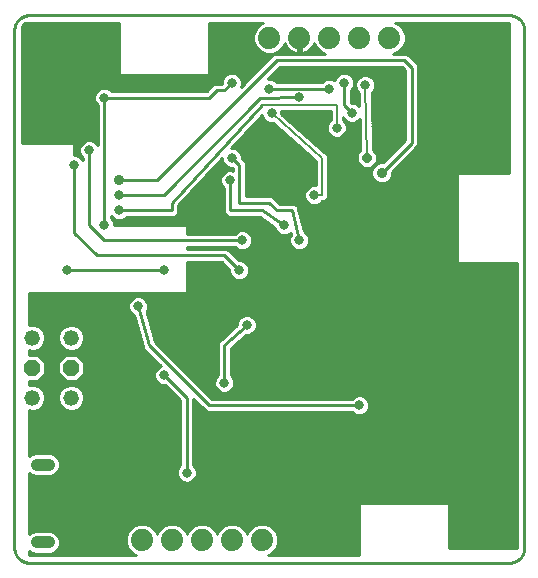
<source format=gbl>
G75*
%MOIN*%
%OFA0B0*%
%FSLAX25Y25*%
%IPPOS*%
%LPD*%
%AMOC8*
5,1,8,0,0,1.08239X$1,22.5*
%
%ADD10C,0.01000*%
%ADD11C,0.07400*%
%ADD12C,0.04000*%
%ADD13OC8,0.05200*%
%ADD14C,0.05200*%
%ADD15C,0.03169*%
%ADD16C,0.00700*%
%ADD17C,0.00800*%
%ADD18OC8,0.03169*%
%ADD19C,0.03562*%
D10*
X0008238Y0006500D02*
X0008238Y0179000D01*
X0010738Y0179027D02*
X0043238Y0179027D01*
X0043238Y0180025D02*
X0010738Y0180025D01*
X0010738Y0180141D02*
X0010910Y0180556D01*
X0011683Y0181328D01*
X0012098Y0181500D01*
X0043238Y0181500D01*
X0043238Y0164000D01*
X0073238Y0164000D01*
X0073238Y0181500D01*
X0091198Y0181500D01*
X0090179Y0181078D01*
X0088660Y0179559D01*
X0087838Y0177574D01*
X0087838Y0175426D01*
X0088660Y0173441D01*
X0090179Y0171922D01*
X0092164Y0171100D01*
X0094312Y0171100D01*
X0096297Y0171922D01*
X0097816Y0173441D01*
X0098348Y0174724D01*
X0098419Y0174504D01*
X0098791Y0173775D01*
X0099272Y0173112D01*
X0099851Y0172534D01*
X0100513Y0172053D01*
X0101242Y0171681D01*
X0102021Y0171428D01*
X0102738Y0171314D01*
X0102738Y0176000D01*
X0103738Y0176000D01*
X0103738Y0171314D01*
X0104456Y0171428D01*
X0105234Y0171681D01*
X0105964Y0172053D01*
X0106626Y0172534D01*
X0107205Y0173112D01*
X0107686Y0173775D01*
X0108057Y0174504D01*
X0108129Y0174724D01*
X0108660Y0173441D01*
X0110179Y0171922D01*
X0111923Y0171200D01*
X0094827Y0171200D01*
X0093538Y0169911D01*
X0083703Y0160076D01*
X0084022Y0160847D01*
X0084022Y0162153D01*
X0083522Y0163360D01*
X0082599Y0164284D01*
X0081391Y0164784D01*
X0080085Y0164784D01*
X0078878Y0164284D01*
X0077954Y0163360D01*
X0077454Y0162153D01*
X0077454Y0161327D01*
X0077327Y0161200D01*
X0074827Y0161200D01*
X0073538Y0159911D01*
X0072327Y0158700D01*
X0040683Y0158700D01*
X0040099Y0159284D01*
X0038891Y0159784D01*
X0037585Y0159784D01*
X0036378Y0159284D01*
X0035454Y0158360D01*
X0034954Y0157153D01*
X0034954Y0155847D01*
X0035454Y0154640D01*
X0036038Y0154055D01*
X0036038Y0140822D01*
X0036022Y0140860D01*
X0035099Y0141784D01*
X0033891Y0142284D01*
X0032585Y0142284D01*
X0031378Y0141784D01*
X0030454Y0140860D01*
X0029954Y0139653D01*
X0029954Y0138347D01*
X0030454Y0137140D01*
X0031038Y0136555D01*
X0031038Y0135822D01*
X0031022Y0135860D01*
X0030099Y0136784D01*
X0028891Y0137284D01*
X0028238Y0137284D01*
X0028238Y0141500D01*
X0010738Y0141500D01*
X0010738Y0180141D01*
X0011378Y0181024D02*
X0043238Y0181024D01*
X0043238Y0178028D02*
X0010738Y0178028D01*
X0010738Y0177030D02*
X0043238Y0177030D01*
X0043238Y0176031D02*
X0010738Y0176031D01*
X0010738Y0175033D02*
X0043238Y0175033D01*
X0043238Y0174034D02*
X0010738Y0174034D01*
X0010738Y0173036D02*
X0043238Y0173036D01*
X0043238Y0172037D02*
X0010738Y0172037D01*
X0010738Y0171039D02*
X0043238Y0171039D01*
X0043238Y0170040D02*
X0010738Y0170040D01*
X0010738Y0169041D02*
X0043238Y0169041D01*
X0043238Y0168043D02*
X0010738Y0168043D01*
X0010738Y0167044D02*
X0043238Y0167044D01*
X0043238Y0166046D02*
X0010738Y0166046D01*
X0010738Y0165047D02*
X0043238Y0165047D01*
X0043238Y0164049D02*
X0010738Y0164049D01*
X0010738Y0163050D02*
X0077826Y0163050D01*
X0077454Y0162052D02*
X0010738Y0162052D01*
X0010738Y0161053D02*
X0074680Y0161053D01*
X0073682Y0160055D02*
X0010738Y0160055D01*
X0010738Y0159056D02*
X0036150Y0159056D01*
X0035329Y0158058D02*
X0010738Y0158058D01*
X0010738Y0157059D02*
X0034954Y0157059D01*
X0034954Y0156061D02*
X0010738Y0156061D01*
X0010738Y0155062D02*
X0035279Y0155062D01*
X0036030Y0154064D02*
X0010738Y0154064D01*
X0010738Y0153065D02*
X0036038Y0153065D01*
X0036038Y0152067D02*
X0010738Y0152067D01*
X0010738Y0151068D02*
X0036038Y0151068D01*
X0036038Y0150070D02*
X0010738Y0150070D01*
X0010738Y0149071D02*
X0036038Y0149071D01*
X0036038Y0148073D02*
X0010738Y0148073D01*
X0010738Y0147074D02*
X0036038Y0147074D01*
X0036038Y0146076D02*
X0010738Y0146076D01*
X0010738Y0145077D02*
X0036038Y0145077D01*
X0036038Y0144079D02*
X0010738Y0144079D01*
X0010738Y0143080D02*
X0036038Y0143080D01*
X0036038Y0142082D02*
X0034380Y0142082D01*
X0035800Y0141083D02*
X0036038Y0141083D01*
X0033238Y0139000D02*
X0033238Y0114000D01*
X0038238Y0109000D01*
X0084238Y0109000D01*
X0087522Y0109131D02*
X0099954Y0109131D01*
X0099954Y0109653D02*
X0099954Y0108347D01*
X0100454Y0107140D01*
X0101378Y0106216D01*
X0102585Y0105716D01*
X0103891Y0105716D01*
X0105099Y0106216D01*
X0106022Y0107140D01*
X0106522Y0108347D01*
X0106522Y0109653D01*
X0106022Y0110860D01*
X0105099Y0111784D01*
X0104776Y0111918D01*
X0102938Y0119271D01*
X0102938Y0119911D01*
X0102725Y0120125D01*
X0102651Y0120418D01*
X0102102Y0120747D01*
X0101649Y0121200D01*
X0101348Y0121200D01*
X0101089Y0121355D01*
X0100467Y0121200D01*
X0096649Y0121200D01*
X0094149Y0123700D01*
X0085438Y0123700D01*
X0085438Y0134911D01*
X0084149Y0136200D01*
X0084022Y0136327D01*
X0084022Y0137153D01*
X0083522Y0138360D01*
X0082599Y0139284D01*
X0081391Y0139784D01*
X0080610Y0139784D01*
X0090704Y0150719D01*
X0090704Y0150597D01*
X0091204Y0149390D01*
X0092128Y0148466D01*
X0093335Y0147966D01*
X0094616Y0147966D01*
X0108688Y0135574D01*
X0108688Y0127284D01*
X0107585Y0127284D01*
X0106378Y0126784D01*
X0105454Y0125860D01*
X0104954Y0124653D01*
X0104954Y0123347D01*
X0105454Y0122140D01*
X0106378Y0121216D01*
X0107585Y0120716D01*
X0108891Y0120716D01*
X0110099Y0121216D01*
X0110833Y0121950D01*
X0111587Y0121950D01*
X0112788Y0123151D01*
X0112788Y0135726D01*
X0112838Y0135782D01*
X0112788Y0136565D01*
X0112788Y0137349D01*
X0112735Y0137402D01*
X0112730Y0137477D01*
X0112142Y0137996D01*
X0111587Y0138550D01*
X0111512Y0138550D01*
X0097272Y0151089D01*
X0097272Y0151903D01*
X0097253Y0151950D01*
X0113688Y0151950D01*
X0113688Y0149095D01*
X0112954Y0148360D01*
X0112454Y0147153D01*
X0112454Y0145847D01*
X0112954Y0144640D01*
X0113878Y0143716D01*
X0115085Y0143216D01*
X0116391Y0143216D01*
X0117599Y0143716D01*
X0118522Y0144640D01*
X0119022Y0145847D01*
X0119022Y0147153D01*
X0118522Y0148360D01*
X0117788Y0149095D01*
X0117788Y0150040D01*
X0117954Y0149640D01*
X0118878Y0148716D01*
X0120085Y0148216D01*
X0121391Y0148216D01*
X0122599Y0148716D01*
X0123370Y0149487D01*
X0123586Y0138993D01*
X0122454Y0137860D01*
X0122454Y0135140D01*
X0124378Y0133216D01*
X0127099Y0133216D01*
X0129022Y0135140D01*
X0129022Y0137860D01*
X0127785Y0139098D01*
X0127390Y0158257D01*
X0128022Y0158890D01*
X0128522Y0160097D01*
X0128522Y0161403D01*
X0128022Y0162610D01*
X0127099Y0163534D01*
X0125891Y0164034D01*
X0124585Y0164034D01*
X0123378Y0163534D01*
X0122454Y0162610D01*
X0121954Y0161403D01*
X0121954Y0160097D01*
X0122454Y0158890D01*
X0123191Y0158152D01*
X0123285Y0153598D01*
X0122599Y0154284D01*
X0121391Y0154784D01*
X0120565Y0154784D01*
X0120438Y0154911D01*
X0120438Y0159055D01*
X0121022Y0159640D01*
X0121522Y0160847D01*
X0121522Y0162153D01*
X0121022Y0163360D01*
X0120099Y0164284D01*
X0118891Y0164784D01*
X0117585Y0164784D01*
X0116378Y0164284D01*
X0115454Y0163360D01*
X0115021Y0162316D01*
X0113891Y0162784D01*
X0112585Y0162784D01*
X0111378Y0162284D01*
X0110794Y0161700D01*
X0095683Y0161700D01*
X0095099Y0162284D01*
X0093891Y0162784D01*
X0092634Y0162784D01*
X0096649Y0166800D01*
X0137327Y0166800D01*
X0138538Y0165589D01*
X0138538Y0142411D01*
X0131108Y0134981D01*
X0130046Y0134981D01*
X0128766Y0134451D01*
X0127787Y0133472D01*
X0127257Y0132192D01*
X0127257Y0130808D01*
X0127787Y0129528D01*
X0128766Y0128549D01*
X0130046Y0128019D01*
X0131431Y0128019D01*
X0132710Y0128549D01*
X0133689Y0129528D01*
X0134219Y0130808D01*
X0134219Y0131870D01*
X0142938Y0140589D01*
X0142938Y0167411D01*
X0141649Y0168700D01*
X0139149Y0171200D01*
X0134554Y0171200D01*
X0136297Y0171922D01*
X0137816Y0173441D01*
X0138638Y0175426D01*
X0138638Y0177574D01*
X0137816Y0179559D01*
X0136297Y0181078D01*
X0135278Y0181500D01*
X0173238Y0181500D01*
X0173238Y0131500D01*
X0155738Y0131500D01*
X0155738Y0101500D01*
X0175738Y0101500D01*
X0175738Y0006500D01*
X0153238Y0006500D01*
X0153238Y0021500D01*
X0123238Y0021500D01*
X0123238Y0004000D01*
X0092778Y0004000D01*
X0093797Y0004422D01*
X0095316Y0005941D01*
X0096138Y0007926D01*
X0096138Y0010074D01*
X0095316Y0012059D01*
X0093797Y0013578D01*
X0091812Y0014400D01*
X0089664Y0014400D01*
X0087679Y0013578D01*
X0086160Y0012059D01*
X0085738Y0011040D01*
X0085316Y0012059D01*
X0083797Y0013578D01*
X0081812Y0014400D01*
X0079664Y0014400D01*
X0077679Y0013578D01*
X0076160Y0012059D01*
X0075738Y0011040D01*
X0075316Y0012059D01*
X0073797Y0013578D01*
X0071812Y0014400D01*
X0069664Y0014400D01*
X0067679Y0013578D01*
X0066160Y0012059D01*
X0065738Y0011040D01*
X0065316Y0012059D01*
X0063797Y0013578D01*
X0061812Y0014400D01*
X0059664Y0014400D01*
X0057679Y0013578D01*
X0056160Y0012059D01*
X0055738Y0011040D01*
X0055316Y0012059D01*
X0053797Y0013578D01*
X0051812Y0014400D01*
X0049664Y0014400D01*
X0047679Y0013578D01*
X0046160Y0012059D01*
X0045338Y0010074D01*
X0045338Y0007926D01*
X0046160Y0005941D01*
X0047679Y0004422D01*
X0048698Y0004000D01*
X0013238Y0004000D01*
X0013238Y0005494D01*
X0013611Y0005121D01*
X0014971Y0004558D01*
X0020443Y0004558D01*
X0021803Y0005121D01*
X0022843Y0006162D01*
X0023407Y0007522D01*
X0023407Y0008994D01*
X0022843Y0010354D01*
X0021803Y0011395D01*
X0020443Y0011958D01*
X0014971Y0011958D01*
X0013611Y0011395D01*
X0013238Y0011022D01*
X0013238Y0031478D01*
X0013611Y0031105D01*
X0014971Y0030542D01*
X0020443Y0030542D01*
X0021803Y0031105D01*
X0022843Y0032146D01*
X0023407Y0033506D01*
X0023407Y0034978D01*
X0022843Y0036338D01*
X0021803Y0037379D01*
X0020443Y0037942D01*
X0014971Y0037942D01*
X0013611Y0037379D01*
X0013238Y0037006D01*
X0013238Y0052262D01*
X0013387Y0052200D01*
X0015097Y0052200D01*
X0016678Y0052855D01*
X0017887Y0054064D01*
X0018542Y0055645D01*
X0018542Y0057355D01*
X0017887Y0058936D01*
X0016678Y0060145D01*
X0015097Y0060800D01*
X0013387Y0060800D01*
X0013238Y0060738D01*
X0013238Y0062200D01*
X0016023Y0062200D01*
X0018542Y0064719D01*
X0018542Y0068281D01*
X0016023Y0070800D01*
X0013238Y0070800D01*
X0013238Y0072262D01*
X0013387Y0072200D01*
X0015097Y0072200D01*
X0016678Y0072855D01*
X0017887Y0074064D01*
X0018542Y0075645D01*
X0018542Y0077355D01*
X0017887Y0078936D01*
X0016678Y0080145D01*
X0015097Y0080800D01*
X0013387Y0080800D01*
X0013238Y0080738D01*
X0013238Y0091500D01*
X0065738Y0091500D01*
X0065738Y0101800D01*
X0077327Y0101800D01*
X0079954Y0099173D01*
X0079954Y0098347D01*
X0080454Y0097140D01*
X0081378Y0096216D01*
X0082585Y0095716D01*
X0083891Y0095716D01*
X0085099Y0096216D01*
X0086022Y0097140D01*
X0086522Y0098347D01*
X0086522Y0099653D01*
X0086022Y0100860D01*
X0085099Y0101784D01*
X0083891Y0102284D01*
X0083065Y0102284D01*
X0079149Y0106200D01*
X0065738Y0106200D01*
X0065738Y0106800D01*
X0081794Y0106800D01*
X0082378Y0106216D01*
X0083585Y0105716D01*
X0084891Y0105716D01*
X0086099Y0106216D01*
X0087022Y0107140D01*
X0087522Y0108347D01*
X0087522Y0109653D01*
X0087022Y0110860D01*
X0086099Y0111784D01*
X0084891Y0112284D01*
X0083585Y0112284D01*
X0082378Y0111784D01*
X0081794Y0111200D01*
X0065738Y0111200D01*
X0065738Y0114000D01*
X0041522Y0114000D01*
X0041522Y0114653D01*
X0041022Y0115860D01*
X0040438Y0116445D01*
X0040438Y0117178D01*
X0040454Y0117140D01*
X0041378Y0116216D01*
X0042585Y0115716D01*
X0043891Y0115716D01*
X0045099Y0116216D01*
X0045683Y0116800D01*
X0061649Y0116800D01*
X0062938Y0118089D01*
X0062938Y0120640D01*
X0077454Y0136365D01*
X0077454Y0135847D01*
X0077954Y0134640D01*
X0078878Y0133716D01*
X0080085Y0133216D01*
X0080911Y0133216D01*
X0081038Y0133089D01*
X0081038Y0132223D01*
X0080891Y0132284D01*
X0079585Y0132284D01*
X0078378Y0131784D01*
X0077454Y0130860D01*
X0076954Y0129653D01*
X0076954Y0128347D01*
X0077454Y0127140D01*
X0078038Y0126555D01*
X0078038Y0118089D01*
X0079327Y0116800D01*
X0090072Y0116800D01*
X0094954Y0113545D01*
X0094954Y0113347D01*
X0095454Y0112140D01*
X0096378Y0111216D01*
X0097585Y0110716D01*
X0098891Y0110716D01*
X0100099Y0111216D01*
X0100353Y0111470D01*
X0100495Y0110902D01*
X0100454Y0110860D01*
X0099954Y0109653D01*
X0100151Y0110129D02*
X0087325Y0110129D01*
X0086755Y0111128D02*
X0096590Y0111128D01*
X0095467Y0112126D02*
X0085273Y0112126D01*
X0083204Y0112126D02*
X0065738Y0112126D01*
X0065738Y0113125D02*
X0095046Y0113125D01*
X0094087Y0114123D02*
X0041522Y0114123D01*
X0041328Y0115122D02*
X0092589Y0115122D01*
X0091091Y0116120D02*
X0044868Y0116120D01*
X0043238Y0119000D02*
X0060738Y0119000D01*
X0060738Y0121500D01*
X0090738Y0154000D01*
X0090238Y0156500D02*
X0103238Y0156750D01*
X0097296Y0151068D02*
X0113688Y0151068D01*
X0113688Y0150070D02*
X0098430Y0150070D01*
X0099564Y0149071D02*
X0113665Y0149071D01*
X0112835Y0148073D02*
X0100698Y0148073D01*
X0101832Y0147074D02*
X0112454Y0147074D01*
X0112454Y0146076D02*
X0102966Y0146076D01*
X0104100Y0145077D02*
X0112773Y0145077D01*
X0113515Y0144079D02*
X0105234Y0144079D01*
X0106368Y0143080D02*
X0123502Y0143080D01*
X0123523Y0142082D02*
X0107502Y0142082D01*
X0108635Y0141083D02*
X0123543Y0141083D01*
X0123564Y0140085D02*
X0109769Y0140085D01*
X0110903Y0139086D02*
X0123584Y0139086D01*
X0122681Y0138088D02*
X0112050Y0138088D01*
X0112788Y0137089D02*
X0122454Y0137089D01*
X0122454Y0136091D02*
X0112818Y0136091D01*
X0112788Y0135092D02*
X0122501Y0135092D01*
X0123500Y0134094D02*
X0112788Y0134094D01*
X0112788Y0133095D02*
X0127631Y0133095D01*
X0127976Y0134094D02*
X0128409Y0134094D01*
X0128975Y0135092D02*
X0131219Y0135092D01*
X0132218Y0136091D02*
X0129022Y0136091D01*
X0129022Y0137089D02*
X0133216Y0137089D01*
X0134215Y0138088D02*
X0128795Y0138088D01*
X0127797Y0139086D02*
X0135213Y0139086D01*
X0136212Y0140085D02*
X0127765Y0140085D01*
X0127744Y0141083D02*
X0137210Y0141083D01*
X0138209Y0142082D02*
X0127724Y0142082D01*
X0127703Y0143080D02*
X0138538Y0143080D01*
X0138538Y0144079D02*
X0127682Y0144079D01*
X0127662Y0145077D02*
X0138538Y0145077D01*
X0138538Y0146076D02*
X0127641Y0146076D01*
X0127621Y0147074D02*
X0138538Y0147074D01*
X0138538Y0148073D02*
X0127600Y0148073D01*
X0127579Y0149071D02*
X0138538Y0149071D01*
X0138538Y0150070D02*
X0127559Y0150070D01*
X0127538Y0151068D02*
X0138538Y0151068D01*
X0138538Y0152067D02*
X0127518Y0152067D01*
X0127497Y0153065D02*
X0138538Y0153065D01*
X0138538Y0154064D02*
X0127476Y0154064D01*
X0127456Y0155062D02*
X0138538Y0155062D01*
X0138538Y0156061D02*
X0127435Y0156061D01*
X0127415Y0157059D02*
X0138538Y0157059D01*
X0138538Y0158058D02*
X0127394Y0158058D01*
X0128091Y0159056D02*
X0138538Y0159056D01*
X0138538Y0160055D02*
X0128505Y0160055D01*
X0128522Y0161053D02*
X0138538Y0161053D01*
X0138538Y0162052D02*
X0128254Y0162052D01*
X0127582Y0163050D02*
X0138538Y0163050D01*
X0138538Y0164049D02*
X0120334Y0164049D01*
X0121151Y0163050D02*
X0122894Y0163050D01*
X0122223Y0162052D02*
X0121522Y0162052D01*
X0121522Y0161053D02*
X0121954Y0161053D01*
X0121971Y0160055D02*
X0121194Y0160055D01*
X0120439Y0159056D02*
X0122385Y0159056D01*
X0123193Y0158058D02*
X0120438Y0158058D01*
X0120438Y0157059D02*
X0123214Y0157059D01*
X0123234Y0156061D02*
X0120438Y0156061D01*
X0120438Y0155062D02*
X0123255Y0155062D01*
X0123276Y0154064D02*
X0122819Y0154064D01*
X0120738Y0151500D02*
X0118238Y0154000D01*
X0118238Y0161500D01*
X0116142Y0164049D02*
X0093898Y0164049D01*
X0092900Y0163050D02*
X0115326Y0163050D01*
X0113238Y0159500D02*
X0093238Y0159500D01*
X0095331Y0162052D02*
X0111145Y0162052D01*
X0110064Y0172037D02*
X0105933Y0172037D01*
X0107128Y0173036D02*
X0109066Y0173036D01*
X0108415Y0174034D02*
X0107818Y0174034D01*
X0103738Y0174034D02*
X0102738Y0174034D01*
X0102738Y0173036D02*
X0103738Y0173036D01*
X0103738Y0172037D02*
X0102738Y0172037D01*
X0100543Y0172037D02*
X0096412Y0172037D01*
X0097410Y0173036D02*
X0099349Y0173036D01*
X0098659Y0174034D02*
X0098062Y0174034D01*
X0094665Y0171039D02*
X0073238Y0171039D01*
X0073238Y0172037D02*
X0090064Y0172037D01*
X0089066Y0173036D02*
X0073238Y0173036D01*
X0073238Y0174034D02*
X0088415Y0174034D01*
X0088001Y0175033D02*
X0073238Y0175033D01*
X0073238Y0176031D02*
X0087838Y0176031D01*
X0087838Y0177030D02*
X0073238Y0177030D01*
X0073238Y0178028D02*
X0088026Y0178028D01*
X0088440Y0179027D02*
X0073238Y0179027D01*
X0073238Y0180025D02*
X0089127Y0180025D01*
X0090125Y0181024D02*
X0073238Y0181024D01*
X0073238Y0170040D02*
X0093667Y0170040D01*
X0092668Y0169041D02*
X0073238Y0169041D01*
X0073238Y0168043D02*
X0091670Y0168043D01*
X0090671Y0167044D02*
X0073238Y0167044D01*
X0073238Y0166046D02*
X0089673Y0166046D01*
X0088674Y0165047D02*
X0073238Y0165047D01*
X0073238Y0164049D02*
X0078642Y0164049D01*
X0080738Y0161500D02*
X0078238Y0159000D01*
X0075738Y0159000D01*
X0073238Y0156500D01*
X0038238Y0156500D01*
X0038238Y0114000D01*
X0040762Y0116120D02*
X0041608Y0116120D01*
X0040475Y0117119D02*
X0040438Y0117119D01*
X0043238Y0124000D02*
X0058238Y0124000D01*
X0090238Y0156500D01*
X0090104Y0150070D02*
X0090922Y0150070D01*
X0091522Y0149071D02*
X0089183Y0149071D01*
X0088261Y0148073D02*
X0093077Y0148073D01*
X0095628Y0147074D02*
X0087339Y0147074D01*
X0086417Y0146076D02*
X0096762Y0146076D01*
X0097896Y0145077D02*
X0085496Y0145077D01*
X0084574Y0144079D02*
X0099030Y0144079D01*
X0100164Y0143080D02*
X0083652Y0143080D01*
X0082731Y0142082D02*
X0101298Y0142082D01*
X0102432Y0141083D02*
X0081809Y0141083D01*
X0080887Y0140085D02*
X0103566Y0140085D01*
X0104699Y0139086D02*
X0082797Y0139086D01*
X0083635Y0138088D02*
X0105833Y0138088D01*
X0106967Y0137089D02*
X0084022Y0137089D01*
X0084259Y0136091D02*
X0108101Y0136091D01*
X0108688Y0135092D02*
X0085257Y0135092D01*
X0085438Y0134094D02*
X0108688Y0134094D01*
X0108688Y0133095D02*
X0085438Y0133095D01*
X0085438Y0132097D02*
X0108688Y0132097D01*
X0108688Y0131098D02*
X0085438Y0131098D01*
X0085438Y0130100D02*
X0108688Y0130100D01*
X0108688Y0129101D02*
X0085438Y0129101D01*
X0085438Y0128103D02*
X0108688Y0128103D01*
X0107150Y0127104D02*
X0085438Y0127104D01*
X0085438Y0126105D02*
X0105699Y0126105D01*
X0105142Y0125107D02*
X0085438Y0125107D01*
X0085438Y0124108D02*
X0104954Y0124108D01*
X0105052Y0123110D02*
X0094739Y0123110D01*
X0095738Y0122111D02*
X0105482Y0122111D01*
X0106626Y0121113D02*
X0101737Y0121113D01*
X0102735Y0120114D02*
X0155738Y0120114D01*
X0155738Y0119116D02*
X0102977Y0119116D01*
X0103227Y0118117D02*
X0155738Y0118117D01*
X0155738Y0117119D02*
X0103476Y0117119D01*
X0103726Y0116120D02*
X0155738Y0116120D01*
X0155738Y0115122D02*
X0103975Y0115122D01*
X0104225Y0114123D02*
X0155738Y0114123D01*
X0155738Y0113125D02*
X0104475Y0113125D01*
X0104724Y0112126D02*
X0155738Y0112126D01*
X0155738Y0111128D02*
X0105755Y0111128D01*
X0106325Y0110129D02*
X0155738Y0110129D01*
X0155738Y0109131D02*
X0106522Y0109131D01*
X0106434Y0108132D02*
X0155738Y0108132D01*
X0155738Y0107134D02*
X0106017Y0107134D01*
X0104904Y0106135D02*
X0155738Y0106135D01*
X0155738Y0105137D02*
X0080213Y0105137D01*
X0081211Y0104138D02*
X0155738Y0104138D01*
X0155738Y0103140D02*
X0082210Y0103140D01*
X0084237Y0102141D02*
X0155738Y0102141D01*
X0155738Y0121113D02*
X0109850Y0121113D01*
X0111749Y0122111D02*
X0155738Y0122111D01*
X0155738Y0123110D02*
X0112747Y0123110D01*
X0112788Y0124108D02*
X0155738Y0124108D01*
X0155738Y0125107D02*
X0112788Y0125107D01*
X0112788Y0126105D02*
X0155738Y0126105D01*
X0155738Y0127104D02*
X0112788Y0127104D01*
X0112788Y0128103D02*
X0129844Y0128103D01*
X0131633Y0128103D02*
X0155738Y0128103D01*
X0155738Y0129101D02*
X0133262Y0129101D01*
X0133926Y0130100D02*
X0155738Y0130100D01*
X0155738Y0131098D02*
X0134219Y0131098D01*
X0134446Y0132097D02*
X0173238Y0132097D01*
X0173238Y0133095D02*
X0135445Y0133095D01*
X0136443Y0134094D02*
X0173238Y0134094D01*
X0173238Y0135092D02*
X0137442Y0135092D01*
X0138440Y0136091D02*
X0173238Y0136091D01*
X0173238Y0137089D02*
X0139439Y0137089D01*
X0140437Y0138088D02*
X0173238Y0138088D01*
X0173238Y0139086D02*
X0141436Y0139086D01*
X0142434Y0140085D02*
X0173238Y0140085D01*
X0173238Y0141083D02*
X0142938Y0141083D01*
X0142938Y0142082D02*
X0173238Y0142082D01*
X0173238Y0143080D02*
X0142938Y0143080D01*
X0142938Y0144079D02*
X0173238Y0144079D01*
X0173238Y0145077D02*
X0142938Y0145077D01*
X0142938Y0146076D02*
X0173238Y0146076D01*
X0173238Y0147074D02*
X0142938Y0147074D01*
X0142938Y0148073D02*
X0173238Y0148073D01*
X0173238Y0149071D02*
X0142938Y0149071D01*
X0142938Y0150070D02*
X0173238Y0150070D01*
X0173238Y0151068D02*
X0142938Y0151068D01*
X0142938Y0152067D02*
X0173238Y0152067D01*
X0173238Y0153065D02*
X0142938Y0153065D01*
X0142938Y0154064D02*
X0173238Y0154064D01*
X0173238Y0155062D02*
X0142938Y0155062D01*
X0142938Y0156061D02*
X0173238Y0156061D01*
X0173238Y0157059D02*
X0142938Y0157059D01*
X0142938Y0158058D02*
X0173238Y0158058D01*
X0173238Y0159056D02*
X0142938Y0159056D01*
X0142938Y0160055D02*
X0173238Y0160055D01*
X0173238Y0161053D02*
X0142938Y0161053D01*
X0142938Y0162052D02*
X0173238Y0162052D01*
X0173238Y0163050D02*
X0142938Y0163050D01*
X0142938Y0164049D02*
X0173238Y0164049D01*
X0173238Y0165047D02*
X0142938Y0165047D01*
X0142938Y0166046D02*
X0173238Y0166046D01*
X0173238Y0167044D02*
X0142938Y0167044D01*
X0142306Y0168043D02*
X0173238Y0168043D01*
X0173238Y0169041D02*
X0141308Y0169041D01*
X0140309Y0170040D02*
X0173238Y0170040D01*
X0173238Y0171039D02*
X0139311Y0171039D01*
X0138238Y0169000D02*
X0140738Y0166500D01*
X0140738Y0141500D01*
X0130738Y0131500D01*
X0127550Y0130100D02*
X0112788Y0130100D01*
X0112788Y0131098D02*
X0127257Y0131098D01*
X0127257Y0132097D02*
X0112788Y0132097D01*
X0112788Y0129101D02*
X0128214Y0129101D01*
X0123481Y0144079D02*
X0117962Y0144079D01*
X0118704Y0145077D02*
X0123461Y0145077D01*
X0123440Y0146076D02*
X0119022Y0146076D01*
X0119022Y0147074D02*
X0123420Y0147074D01*
X0123399Y0148073D02*
X0118642Y0148073D01*
X0118522Y0149071D02*
X0117812Y0149071D01*
X0122954Y0149071D02*
X0123379Y0149071D01*
X0138538Y0165047D02*
X0094897Y0165047D01*
X0095895Y0166046D02*
X0138081Y0166046D01*
X0138238Y0169000D02*
X0095738Y0169000D01*
X0055738Y0129000D01*
X0043238Y0129000D01*
X0031038Y0136091D02*
X0030792Y0136091D01*
X0030504Y0137089D02*
X0029363Y0137089D01*
X0030061Y0138088D02*
X0028238Y0138088D01*
X0028238Y0139086D02*
X0029954Y0139086D01*
X0030133Y0140085D02*
X0028238Y0140085D01*
X0028238Y0141083D02*
X0030677Y0141083D01*
X0032096Y0142082D02*
X0010738Y0142082D01*
X0028238Y0134000D02*
X0028238Y0111500D01*
X0035738Y0104000D01*
X0078238Y0104000D01*
X0083238Y0099000D01*
X0080450Y0097149D02*
X0065738Y0097149D01*
X0065738Y0098147D02*
X0080037Y0098147D01*
X0079954Y0099146D02*
X0065738Y0099146D01*
X0065738Y0100144D02*
X0078983Y0100144D01*
X0077984Y0101143D02*
X0065738Y0101143D01*
X0065738Y0096150D02*
X0081536Y0096150D01*
X0084940Y0096150D02*
X0175738Y0096150D01*
X0175738Y0095152D02*
X0065738Y0095152D01*
X0065738Y0094153D02*
X0175738Y0094153D01*
X0175738Y0093155D02*
X0065738Y0093155D01*
X0065738Y0092156D02*
X0175738Y0092156D01*
X0175738Y0091158D02*
X0013238Y0091158D01*
X0013238Y0090159D02*
X0048533Y0090159D01*
X0048835Y0090284D02*
X0047628Y0089784D01*
X0046704Y0088860D01*
X0046204Y0087653D01*
X0046204Y0086347D01*
X0046704Y0085140D01*
X0047628Y0084216D01*
X0048052Y0084040D01*
X0051038Y0073689D01*
X0051038Y0073089D01*
X0051282Y0072845D01*
X0051377Y0072515D01*
X0051902Y0072224D01*
X0057060Y0067067D01*
X0056378Y0066784D01*
X0055454Y0065860D01*
X0054954Y0064653D01*
X0054954Y0063347D01*
X0055454Y0062140D01*
X0056378Y0061216D01*
X0057585Y0060716D01*
X0058411Y0060716D01*
X0063538Y0055589D01*
X0063538Y0033945D01*
X0062954Y0033360D01*
X0062454Y0032153D01*
X0062454Y0030847D01*
X0062954Y0029640D01*
X0063878Y0028716D01*
X0065085Y0028216D01*
X0066391Y0028216D01*
X0067599Y0028716D01*
X0068522Y0029640D01*
X0069022Y0030847D01*
X0069022Y0032153D01*
X0068522Y0033360D01*
X0067938Y0033945D01*
X0067938Y0056189D01*
X0071038Y0053089D01*
X0072327Y0051800D01*
X0120794Y0051800D01*
X0121378Y0051216D01*
X0122585Y0050716D01*
X0123891Y0050716D01*
X0125099Y0051216D01*
X0126022Y0052140D01*
X0126522Y0053347D01*
X0126522Y0054653D01*
X0126022Y0055860D01*
X0125099Y0056784D01*
X0123891Y0057284D01*
X0122585Y0057284D01*
X0121378Y0056784D01*
X0120794Y0056200D01*
X0074149Y0056200D01*
X0055195Y0075155D01*
X0052297Y0085200D01*
X0052772Y0086347D01*
X0052772Y0087653D01*
X0052272Y0088860D01*
X0051349Y0089784D01*
X0050141Y0090284D01*
X0048835Y0090284D01*
X0050444Y0090159D02*
X0175738Y0090159D01*
X0175738Y0089161D02*
X0051972Y0089161D01*
X0052562Y0088162D02*
X0175738Y0088162D01*
X0175738Y0087164D02*
X0052772Y0087164D01*
X0052697Y0086165D02*
X0175738Y0086165D01*
X0175738Y0085167D02*
X0052307Y0085167D01*
X0052595Y0084168D02*
X0175738Y0084168D01*
X0175738Y0083170D02*
X0087963Y0083170D01*
X0087599Y0083534D02*
X0088522Y0082610D01*
X0089022Y0081403D01*
X0089022Y0080097D01*
X0088522Y0078890D01*
X0087599Y0077966D01*
X0086391Y0077466D01*
X0085378Y0077466D01*
X0080438Y0073020D01*
X0080438Y0063945D01*
X0081022Y0063360D01*
X0081522Y0062153D01*
X0081522Y0060847D01*
X0081022Y0059640D01*
X0080099Y0058716D01*
X0078891Y0058216D01*
X0077585Y0058216D01*
X0076378Y0058716D01*
X0075454Y0059640D01*
X0074954Y0060847D01*
X0074954Y0062153D01*
X0075454Y0063360D01*
X0076038Y0063945D01*
X0076038Y0073156D01*
X0075993Y0073206D01*
X0076038Y0074058D01*
X0076038Y0074911D01*
X0076086Y0074959D01*
X0076089Y0075026D01*
X0076723Y0075597D01*
X0077327Y0076200D01*
X0077394Y0076200D01*
X0082454Y0080754D01*
X0082454Y0081403D01*
X0082954Y0082610D01*
X0083878Y0083534D01*
X0085085Y0084034D01*
X0086391Y0084034D01*
X0087599Y0083534D01*
X0088704Y0082171D02*
X0175738Y0082171D01*
X0175738Y0081172D02*
X0089022Y0081172D01*
X0089022Y0080174D02*
X0175738Y0080174D01*
X0175738Y0079175D02*
X0088641Y0079175D01*
X0087810Y0078177D02*
X0175738Y0078177D01*
X0175738Y0077178D02*
X0085058Y0077178D01*
X0083949Y0076180D02*
X0175738Y0076180D01*
X0175738Y0075181D02*
X0082840Y0075181D01*
X0081730Y0074183D02*
X0175738Y0074183D01*
X0175738Y0073184D02*
X0080621Y0073184D01*
X0080438Y0072186D02*
X0175738Y0072186D01*
X0175738Y0071187D02*
X0080438Y0071187D01*
X0080438Y0070189D02*
X0175738Y0070189D01*
X0175738Y0069190D02*
X0080438Y0069190D01*
X0080438Y0068192D02*
X0175738Y0068192D01*
X0175738Y0067193D02*
X0080438Y0067193D01*
X0080438Y0066195D02*
X0175738Y0066195D01*
X0175738Y0065196D02*
X0080438Y0065196D01*
X0080438Y0064198D02*
X0175738Y0064198D01*
X0175738Y0063199D02*
X0081089Y0063199D01*
X0081503Y0062201D02*
X0175738Y0062201D01*
X0175738Y0061202D02*
X0081522Y0061202D01*
X0081256Y0060204D02*
X0175738Y0060204D01*
X0175738Y0059205D02*
X0080588Y0059205D01*
X0078238Y0061500D02*
X0078238Y0074000D01*
X0085738Y0080750D01*
X0083513Y0083170D02*
X0052883Y0083170D01*
X0053171Y0082171D02*
X0082772Y0082171D01*
X0082454Y0081172D02*
X0053459Y0081172D01*
X0053747Y0080174D02*
X0081810Y0080174D01*
X0080700Y0079175D02*
X0054035Y0079175D01*
X0054323Y0078177D02*
X0079591Y0078177D01*
X0078481Y0077178D02*
X0054611Y0077178D01*
X0054899Y0076180D02*
X0077307Y0076180D01*
X0076262Y0075181D02*
X0055187Y0075181D01*
X0056167Y0074183D02*
X0076038Y0074183D01*
X0076012Y0073184D02*
X0057165Y0073184D01*
X0058164Y0072186D02*
X0076038Y0072186D01*
X0076038Y0071187D02*
X0059162Y0071187D01*
X0060161Y0070189D02*
X0076038Y0070189D01*
X0076038Y0069190D02*
X0061159Y0069190D01*
X0062158Y0068192D02*
X0076038Y0068192D01*
X0076038Y0067193D02*
X0063156Y0067193D01*
X0064155Y0066195D02*
X0076038Y0066195D01*
X0076038Y0065196D02*
X0065153Y0065196D01*
X0066152Y0064198D02*
X0076038Y0064198D01*
X0075387Y0063199D02*
X0067150Y0063199D01*
X0068149Y0062201D02*
X0074974Y0062201D01*
X0074954Y0061202D02*
X0069147Y0061202D01*
X0070146Y0060204D02*
X0075220Y0060204D01*
X0075888Y0059205D02*
X0071144Y0059205D01*
X0072143Y0058207D02*
X0175738Y0058207D01*
X0175738Y0057208D02*
X0124075Y0057208D01*
X0122401Y0057208D02*
X0073141Y0057208D01*
X0074140Y0056210D02*
X0120803Y0056210D01*
X0123238Y0054000D02*
X0073238Y0054000D01*
X0053238Y0074000D01*
X0049488Y0087000D01*
X0047004Y0089161D02*
X0013238Y0089161D01*
X0013238Y0088162D02*
X0046415Y0088162D01*
X0046204Y0087164D02*
X0013238Y0087164D01*
X0013238Y0086165D02*
X0046279Y0086165D01*
X0046693Y0085167D02*
X0013238Y0085167D01*
X0013238Y0084168D02*
X0047743Y0084168D01*
X0048303Y0083170D02*
X0013238Y0083170D01*
X0013238Y0082171D02*
X0048591Y0082171D01*
X0048879Y0081172D02*
X0013238Y0081172D01*
X0016609Y0080174D02*
X0024868Y0080174D01*
X0024798Y0080145D02*
X0023589Y0078936D01*
X0022934Y0077355D01*
X0022934Y0075645D01*
X0023589Y0074064D01*
X0024798Y0072855D01*
X0026379Y0072200D01*
X0028090Y0072200D01*
X0029670Y0072855D01*
X0030880Y0074064D01*
X0031534Y0075645D01*
X0031534Y0077355D01*
X0030880Y0078936D01*
X0029670Y0080145D01*
X0028090Y0080800D01*
X0026379Y0080800D01*
X0024798Y0080145D01*
X0023829Y0079175D02*
X0017648Y0079175D01*
X0018202Y0078177D02*
X0023275Y0078177D01*
X0022934Y0077178D02*
X0018542Y0077178D01*
X0018542Y0076180D02*
X0022934Y0076180D01*
X0023126Y0075181D02*
X0018350Y0075181D01*
X0017937Y0074183D02*
X0023540Y0074183D01*
X0024469Y0073184D02*
X0017008Y0073184D01*
X0016634Y0070189D02*
X0024842Y0070189D01*
X0025453Y0070800D02*
X0022934Y0068281D01*
X0022934Y0064719D01*
X0025453Y0062200D01*
X0029015Y0062200D01*
X0031534Y0064719D01*
X0031534Y0068281D01*
X0029015Y0070800D01*
X0025453Y0070800D01*
X0023844Y0069190D02*
X0017633Y0069190D01*
X0018542Y0068192D02*
X0022934Y0068192D01*
X0022934Y0067193D02*
X0018542Y0067193D01*
X0018542Y0066195D02*
X0022934Y0066195D01*
X0022934Y0065196D02*
X0018542Y0065196D01*
X0018021Y0064198D02*
X0023455Y0064198D01*
X0024454Y0063199D02*
X0017023Y0063199D01*
X0016024Y0062201D02*
X0025452Y0062201D01*
X0026379Y0060800D02*
X0024798Y0060145D01*
X0023589Y0058936D01*
X0022934Y0057355D01*
X0022934Y0055645D01*
X0023589Y0054064D01*
X0024798Y0052855D01*
X0026379Y0052200D01*
X0028090Y0052200D01*
X0029670Y0052855D01*
X0030880Y0054064D01*
X0031534Y0055645D01*
X0031534Y0057355D01*
X0030880Y0058936D01*
X0029670Y0060145D01*
X0028090Y0060800D01*
X0026379Y0060800D01*
X0024939Y0060204D02*
X0016537Y0060204D01*
X0017618Y0059205D02*
X0023858Y0059205D01*
X0023287Y0058207D02*
X0018189Y0058207D01*
X0018542Y0057208D02*
X0022934Y0057208D01*
X0022934Y0056210D02*
X0018542Y0056210D01*
X0018363Y0055211D02*
X0023114Y0055211D01*
X0023527Y0054213D02*
X0017949Y0054213D01*
X0017037Y0053214D02*
X0024439Y0053214D01*
X0026341Y0052216D02*
X0015135Y0052216D01*
X0013349Y0052216D02*
X0013238Y0052216D01*
X0013238Y0051217D02*
X0063538Y0051217D01*
X0063538Y0050219D02*
X0013238Y0050219D01*
X0013238Y0049220D02*
X0063538Y0049220D01*
X0063538Y0048222D02*
X0013238Y0048222D01*
X0013238Y0047223D02*
X0063538Y0047223D01*
X0063538Y0046225D02*
X0013238Y0046225D01*
X0013238Y0045226D02*
X0063538Y0045226D01*
X0063538Y0044228D02*
X0013238Y0044228D01*
X0013238Y0043229D02*
X0063538Y0043229D01*
X0063538Y0042231D02*
X0013238Y0042231D01*
X0013238Y0041232D02*
X0063538Y0041232D01*
X0063538Y0040234D02*
X0013238Y0040234D01*
X0013238Y0039235D02*
X0063538Y0039235D01*
X0063538Y0038237D02*
X0013238Y0038237D01*
X0013238Y0037238D02*
X0013470Y0037238D01*
X0013469Y0031247D02*
X0013238Y0031247D01*
X0013238Y0030248D02*
X0062702Y0030248D01*
X0062454Y0031247D02*
X0021944Y0031247D01*
X0022884Y0032245D02*
X0062492Y0032245D01*
X0062906Y0033244D02*
X0023298Y0033244D01*
X0023407Y0034242D02*
X0063538Y0034242D01*
X0063538Y0035241D02*
X0023298Y0035241D01*
X0022884Y0036239D02*
X0063538Y0036239D01*
X0063538Y0037238D02*
X0021943Y0037238D01*
X0013238Y0029250D02*
X0063344Y0029250D01*
X0064999Y0028251D02*
X0013238Y0028251D01*
X0013238Y0027253D02*
X0175738Y0027253D01*
X0175738Y0028251D02*
X0066477Y0028251D01*
X0068133Y0029250D02*
X0175738Y0029250D01*
X0175738Y0030248D02*
X0068775Y0030248D01*
X0069022Y0031247D02*
X0175738Y0031247D01*
X0175738Y0032245D02*
X0068984Y0032245D01*
X0068571Y0033244D02*
X0175738Y0033244D01*
X0175738Y0034242D02*
X0067938Y0034242D01*
X0067938Y0035241D02*
X0175738Y0035241D01*
X0175738Y0036239D02*
X0067938Y0036239D01*
X0067938Y0037238D02*
X0175738Y0037238D01*
X0175738Y0038237D02*
X0067938Y0038237D01*
X0067938Y0039235D02*
X0175738Y0039235D01*
X0175738Y0040234D02*
X0067938Y0040234D01*
X0067938Y0041232D02*
X0175738Y0041232D01*
X0175738Y0042231D02*
X0067938Y0042231D01*
X0067938Y0043229D02*
X0175738Y0043229D01*
X0175738Y0044228D02*
X0067938Y0044228D01*
X0067938Y0045226D02*
X0175738Y0045226D01*
X0175738Y0046225D02*
X0067938Y0046225D01*
X0067938Y0047223D02*
X0175738Y0047223D01*
X0175738Y0048222D02*
X0067938Y0048222D01*
X0067938Y0049220D02*
X0175738Y0049220D01*
X0175738Y0050219D02*
X0067938Y0050219D01*
X0067938Y0051217D02*
X0121376Y0051217D01*
X0125100Y0051217D02*
X0175738Y0051217D01*
X0175738Y0052216D02*
X0126054Y0052216D01*
X0126468Y0053214D02*
X0175738Y0053214D01*
X0175738Y0054213D02*
X0126522Y0054213D01*
X0126291Y0055211D02*
X0175738Y0055211D01*
X0175738Y0056210D02*
X0125673Y0056210D01*
X0123238Y0021262D02*
X0013238Y0021262D01*
X0013238Y0022260D02*
X0175738Y0022260D01*
X0175738Y0021262D02*
X0153238Y0021262D01*
X0153238Y0020263D02*
X0175738Y0020263D01*
X0175738Y0019265D02*
X0153238Y0019265D01*
X0153238Y0018266D02*
X0175738Y0018266D01*
X0175738Y0017268D02*
X0153238Y0017268D01*
X0153238Y0016269D02*
X0175738Y0016269D01*
X0175738Y0015271D02*
X0153238Y0015271D01*
X0153238Y0014272D02*
X0175738Y0014272D01*
X0175738Y0013274D02*
X0153238Y0013274D01*
X0153238Y0012275D02*
X0175738Y0012275D01*
X0175738Y0011277D02*
X0153238Y0011277D01*
X0153238Y0010278D02*
X0175738Y0010278D01*
X0175738Y0009280D02*
X0153238Y0009280D01*
X0153238Y0008281D02*
X0175738Y0008281D01*
X0175738Y0007283D02*
X0153238Y0007283D01*
X0173238Y0001500D02*
X0173378Y0001502D01*
X0173518Y0001508D01*
X0173658Y0001518D01*
X0173798Y0001531D01*
X0173937Y0001549D01*
X0174076Y0001571D01*
X0174213Y0001596D01*
X0174351Y0001625D01*
X0174487Y0001658D01*
X0174622Y0001695D01*
X0174756Y0001736D01*
X0174889Y0001781D01*
X0175021Y0001829D01*
X0175151Y0001881D01*
X0175280Y0001936D01*
X0175407Y0001995D01*
X0175533Y0002058D01*
X0175657Y0002124D01*
X0175778Y0002193D01*
X0175898Y0002266D01*
X0176016Y0002343D01*
X0176131Y0002422D01*
X0176245Y0002505D01*
X0176355Y0002591D01*
X0176464Y0002680D01*
X0176570Y0002772D01*
X0176673Y0002867D01*
X0176774Y0002964D01*
X0176871Y0003065D01*
X0176966Y0003168D01*
X0177058Y0003274D01*
X0177147Y0003383D01*
X0177233Y0003493D01*
X0177316Y0003607D01*
X0177395Y0003722D01*
X0177472Y0003840D01*
X0177545Y0003960D01*
X0177614Y0004081D01*
X0177680Y0004205D01*
X0177743Y0004331D01*
X0177802Y0004458D01*
X0177857Y0004587D01*
X0177909Y0004717D01*
X0177957Y0004849D01*
X0178002Y0004982D01*
X0178043Y0005116D01*
X0178080Y0005251D01*
X0178113Y0005387D01*
X0178142Y0005525D01*
X0178167Y0005662D01*
X0178189Y0005801D01*
X0178207Y0005940D01*
X0178220Y0006080D01*
X0178230Y0006220D01*
X0178236Y0006360D01*
X0178238Y0006500D01*
X0178238Y0179000D01*
X0178236Y0179140D01*
X0178230Y0179280D01*
X0178220Y0179420D01*
X0178207Y0179560D01*
X0178189Y0179699D01*
X0178167Y0179838D01*
X0178142Y0179975D01*
X0178113Y0180113D01*
X0178080Y0180249D01*
X0178043Y0180384D01*
X0178002Y0180518D01*
X0177957Y0180651D01*
X0177909Y0180783D01*
X0177857Y0180913D01*
X0177802Y0181042D01*
X0177743Y0181169D01*
X0177680Y0181295D01*
X0177614Y0181419D01*
X0177545Y0181540D01*
X0177472Y0181660D01*
X0177395Y0181778D01*
X0177316Y0181893D01*
X0177233Y0182007D01*
X0177147Y0182117D01*
X0177058Y0182226D01*
X0176966Y0182332D01*
X0176871Y0182435D01*
X0176774Y0182536D01*
X0176673Y0182633D01*
X0176570Y0182728D01*
X0176464Y0182820D01*
X0176355Y0182909D01*
X0176245Y0182995D01*
X0176131Y0183078D01*
X0176016Y0183157D01*
X0175898Y0183234D01*
X0175778Y0183307D01*
X0175657Y0183376D01*
X0175533Y0183442D01*
X0175407Y0183505D01*
X0175280Y0183564D01*
X0175151Y0183619D01*
X0175021Y0183671D01*
X0174889Y0183719D01*
X0174756Y0183764D01*
X0174622Y0183805D01*
X0174487Y0183842D01*
X0174351Y0183875D01*
X0174213Y0183904D01*
X0174076Y0183929D01*
X0173937Y0183951D01*
X0173798Y0183969D01*
X0173658Y0183982D01*
X0173518Y0183992D01*
X0173378Y0183998D01*
X0173238Y0184000D01*
X0013238Y0184000D01*
X0013098Y0183998D01*
X0012958Y0183992D01*
X0012818Y0183982D01*
X0012678Y0183969D01*
X0012539Y0183951D01*
X0012400Y0183929D01*
X0012263Y0183904D01*
X0012125Y0183875D01*
X0011989Y0183842D01*
X0011854Y0183805D01*
X0011720Y0183764D01*
X0011587Y0183719D01*
X0011455Y0183671D01*
X0011325Y0183619D01*
X0011196Y0183564D01*
X0011069Y0183505D01*
X0010943Y0183442D01*
X0010819Y0183376D01*
X0010698Y0183307D01*
X0010578Y0183234D01*
X0010460Y0183157D01*
X0010345Y0183078D01*
X0010231Y0182995D01*
X0010121Y0182909D01*
X0010012Y0182820D01*
X0009906Y0182728D01*
X0009803Y0182633D01*
X0009702Y0182536D01*
X0009605Y0182435D01*
X0009510Y0182332D01*
X0009418Y0182226D01*
X0009329Y0182117D01*
X0009243Y0182007D01*
X0009160Y0181893D01*
X0009081Y0181778D01*
X0009004Y0181660D01*
X0008931Y0181540D01*
X0008862Y0181419D01*
X0008796Y0181295D01*
X0008733Y0181169D01*
X0008674Y0181042D01*
X0008619Y0180913D01*
X0008567Y0180783D01*
X0008519Y0180651D01*
X0008474Y0180518D01*
X0008433Y0180384D01*
X0008396Y0180249D01*
X0008363Y0180113D01*
X0008334Y0179975D01*
X0008309Y0179838D01*
X0008287Y0179699D01*
X0008269Y0179560D01*
X0008256Y0179420D01*
X0008246Y0179280D01*
X0008240Y0179140D01*
X0008238Y0179000D01*
X0040326Y0159056D02*
X0072683Y0159056D01*
X0082834Y0164049D02*
X0087676Y0164049D01*
X0086677Y0163050D02*
X0083651Y0163050D01*
X0084022Y0162052D02*
X0085679Y0162052D01*
X0084680Y0161053D02*
X0084022Y0161053D01*
X0102738Y0175033D02*
X0103738Y0175033D01*
X0136412Y0172037D02*
X0173238Y0172037D01*
X0173238Y0173036D02*
X0137410Y0173036D01*
X0138062Y0174034D02*
X0173238Y0174034D01*
X0173238Y0175033D02*
X0138475Y0175033D01*
X0138638Y0176031D02*
X0173238Y0176031D01*
X0173238Y0177030D02*
X0138638Y0177030D01*
X0138450Y0178028D02*
X0173238Y0178028D01*
X0173238Y0179027D02*
X0138037Y0179027D01*
X0137350Y0180025D02*
X0173238Y0180025D01*
X0173238Y0181024D02*
X0136351Y0181024D01*
X0083238Y0134000D02*
X0083238Y0121500D01*
X0093238Y0121500D01*
X0095738Y0119000D01*
X0100738Y0119000D01*
X0103238Y0109000D01*
X0101572Y0106135D02*
X0085904Y0106135D01*
X0087017Y0107134D02*
X0100460Y0107134D01*
X0100043Y0108132D02*
X0087434Y0108132D01*
X0082572Y0106135D02*
X0079214Y0106135D01*
X0085740Y0101143D02*
X0175738Y0101143D01*
X0175738Y0100144D02*
X0086319Y0100144D01*
X0086522Y0099146D02*
X0175738Y0099146D01*
X0175738Y0098147D02*
X0086440Y0098147D01*
X0086026Y0097149D02*
X0175738Y0097149D01*
X0175738Y0026254D02*
X0013238Y0026254D01*
X0013238Y0025256D02*
X0175738Y0025256D01*
X0175738Y0024257D02*
X0013238Y0024257D01*
X0013238Y0023259D02*
X0175738Y0023259D01*
X0173238Y0001500D02*
X0013238Y0001500D01*
X0013238Y0004287D02*
X0048005Y0004287D01*
X0046816Y0005286D02*
X0021967Y0005286D01*
X0022894Y0006284D02*
X0046018Y0006284D01*
X0045605Y0007283D02*
X0023308Y0007283D01*
X0023407Y0008281D02*
X0045338Y0008281D01*
X0045338Y0009280D02*
X0023288Y0009280D01*
X0022875Y0010278D02*
X0045423Y0010278D01*
X0045836Y0011277D02*
X0021920Y0011277D01*
X0013493Y0011277D02*
X0013238Y0011277D01*
X0013238Y0012275D02*
X0046377Y0012275D01*
X0047375Y0013274D02*
X0013238Y0013274D01*
X0013238Y0014272D02*
X0049356Y0014272D01*
X0052121Y0014272D02*
X0059356Y0014272D01*
X0057375Y0013274D02*
X0054101Y0013274D01*
X0055100Y0012275D02*
X0056377Y0012275D01*
X0055836Y0011277D02*
X0055640Y0011277D01*
X0062121Y0014272D02*
X0069356Y0014272D01*
X0067375Y0013274D02*
X0064101Y0013274D01*
X0065100Y0012275D02*
X0066377Y0012275D01*
X0065836Y0011277D02*
X0065640Y0011277D01*
X0072121Y0014272D02*
X0079356Y0014272D01*
X0077375Y0013274D02*
X0074101Y0013274D01*
X0075100Y0012275D02*
X0076377Y0012275D01*
X0075836Y0011277D02*
X0075640Y0011277D01*
X0082121Y0014272D02*
X0089356Y0014272D01*
X0087375Y0013274D02*
X0084101Y0013274D01*
X0085100Y0012275D02*
X0086377Y0012275D01*
X0085836Y0011277D02*
X0085640Y0011277D01*
X0092121Y0014272D02*
X0123238Y0014272D01*
X0123238Y0013274D02*
X0094101Y0013274D01*
X0095100Y0012275D02*
X0123238Y0012275D01*
X0123238Y0011277D02*
X0095640Y0011277D01*
X0096054Y0010278D02*
X0123238Y0010278D01*
X0123238Y0009280D02*
X0096138Y0009280D01*
X0096138Y0008281D02*
X0123238Y0008281D01*
X0123238Y0007283D02*
X0095872Y0007283D01*
X0095458Y0006284D02*
X0123238Y0006284D01*
X0123238Y0005286D02*
X0094661Y0005286D01*
X0093471Y0004287D02*
X0123238Y0004287D01*
X0123238Y0015271D02*
X0013238Y0015271D01*
X0013238Y0016269D02*
X0123238Y0016269D01*
X0123238Y0017268D02*
X0013238Y0017268D01*
X0013238Y0018266D02*
X0123238Y0018266D01*
X0123238Y0019265D02*
X0013238Y0019265D01*
X0013238Y0020263D02*
X0123238Y0020263D01*
X0071911Y0052216D02*
X0067938Y0052216D01*
X0067938Y0053214D02*
X0070913Y0053214D01*
X0069914Y0054213D02*
X0067938Y0054213D01*
X0067938Y0055211D02*
X0068916Y0055211D01*
X0065738Y0056500D02*
X0058238Y0064000D01*
X0056410Y0061202D02*
X0013238Y0061202D01*
X0013238Y0071187D02*
X0052940Y0071187D01*
X0053938Y0070189D02*
X0029626Y0070189D01*
X0030625Y0069190D02*
X0054937Y0069190D01*
X0055935Y0068192D02*
X0031534Y0068192D01*
X0031534Y0067193D02*
X0056934Y0067193D01*
X0055788Y0066195D02*
X0031534Y0066195D01*
X0031534Y0065196D02*
X0055179Y0065196D01*
X0054954Y0064198D02*
X0031013Y0064198D01*
X0030015Y0063199D02*
X0055015Y0063199D01*
X0055429Y0062201D02*
X0029016Y0062201D01*
X0029529Y0060204D02*
X0058923Y0060204D01*
X0059922Y0059205D02*
X0030610Y0059205D01*
X0031182Y0058207D02*
X0060920Y0058207D01*
X0061919Y0057208D02*
X0031534Y0057208D01*
X0031534Y0056210D02*
X0062917Y0056210D01*
X0063538Y0055211D02*
X0031355Y0055211D01*
X0030941Y0054213D02*
X0063538Y0054213D01*
X0063538Y0053214D02*
X0030030Y0053214D01*
X0028127Y0052216D02*
X0063538Y0052216D01*
X0065738Y0056500D02*
X0065738Y0031500D01*
X0045738Y0031500D02*
X0045738Y0021500D01*
X0045738Y0031500D02*
X0038238Y0039000D01*
X0038238Y0064000D01*
X0035738Y0066500D01*
X0035738Y0074000D01*
X0031342Y0075181D02*
X0050608Y0075181D01*
X0050896Y0074183D02*
X0030929Y0074183D01*
X0030000Y0073184D02*
X0051038Y0073184D01*
X0051941Y0072186D02*
X0013238Y0072186D01*
X0029601Y0080174D02*
X0049168Y0080174D01*
X0049456Y0079175D02*
X0030640Y0079175D01*
X0031194Y0078177D02*
X0049744Y0078177D01*
X0050032Y0077178D02*
X0031534Y0077178D01*
X0031534Y0076180D02*
X0050320Y0076180D01*
X0058238Y0099000D02*
X0025738Y0099000D01*
X0061968Y0117119D02*
X0079008Y0117119D01*
X0078038Y0118117D02*
X0062938Y0118117D01*
X0062938Y0119116D02*
X0078038Y0119116D01*
X0078038Y0120114D02*
X0062938Y0120114D01*
X0063375Y0121113D02*
X0078038Y0121113D01*
X0078038Y0122111D02*
X0064297Y0122111D01*
X0065218Y0123110D02*
X0078038Y0123110D01*
X0078038Y0124108D02*
X0066140Y0124108D01*
X0067062Y0125107D02*
X0078038Y0125107D01*
X0078038Y0126105D02*
X0067983Y0126105D01*
X0068905Y0127104D02*
X0077490Y0127104D01*
X0077055Y0128103D02*
X0069827Y0128103D01*
X0070749Y0129101D02*
X0076954Y0129101D01*
X0077139Y0130100D02*
X0071670Y0130100D01*
X0072592Y0131098D02*
X0077692Y0131098D01*
X0079132Y0132097D02*
X0073514Y0132097D01*
X0074435Y0133095D02*
X0081032Y0133095D01*
X0083238Y0134000D02*
X0080738Y0136500D01*
X0078500Y0134094D02*
X0075357Y0134094D01*
X0076279Y0135092D02*
X0077766Y0135092D01*
X0077454Y0136091D02*
X0077200Y0136091D01*
X0080238Y0129000D02*
X0080238Y0119000D01*
X0088238Y0119000D01*
X0090738Y0119000D01*
X0098238Y0114000D01*
X0099886Y0111128D02*
X0100439Y0111128D01*
X0008238Y0006500D02*
X0008240Y0006360D01*
X0008246Y0006220D01*
X0008256Y0006080D01*
X0008269Y0005940D01*
X0008287Y0005801D01*
X0008309Y0005662D01*
X0008334Y0005525D01*
X0008363Y0005387D01*
X0008396Y0005251D01*
X0008433Y0005116D01*
X0008474Y0004982D01*
X0008519Y0004849D01*
X0008567Y0004717D01*
X0008619Y0004587D01*
X0008674Y0004458D01*
X0008733Y0004331D01*
X0008796Y0004205D01*
X0008862Y0004081D01*
X0008931Y0003960D01*
X0009004Y0003840D01*
X0009081Y0003722D01*
X0009160Y0003607D01*
X0009243Y0003493D01*
X0009329Y0003383D01*
X0009418Y0003274D01*
X0009510Y0003168D01*
X0009605Y0003065D01*
X0009702Y0002964D01*
X0009803Y0002867D01*
X0009906Y0002772D01*
X0010012Y0002680D01*
X0010121Y0002591D01*
X0010231Y0002505D01*
X0010345Y0002422D01*
X0010460Y0002343D01*
X0010578Y0002266D01*
X0010698Y0002193D01*
X0010819Y0002124D01*
X0010943Y0002058D01*
X0011069Y0001995D01*
X0011196Y0001936D01*
X0011325Y0001881D01*
X0011455Y0001829D01*
X0011587Y0001781D01*
X0011720Y0001736D01*
X0011854Y0001695D01*
X0011989Y0001658D01*
X0012125Y0001625D01*
X0012263Y0001596D01*
X0012400Y0001571D01*
X0012539Y0001549D01*
X0012678Y0001531D01*
X0012818Y0001518D01*
X0012958Y0001508D01*
X0013098Y0001502D01*
X0013238Y0001500D01*
X0013238Y0005286D02*
X0013446Y0005286D01*
D11*
X0050738Y0009000D03*
X0060738Y0009000D03*
X0070738Y0009000D03*
X0080738Y0009000D03*
X0090738Y0009000D03*
X0093238Y0176500D03*
X0103238Y0176500D03*
X0113238Y0176500D03*
X0123238Y0176500D03*
X0133238Y0176500D03*
D12*
X0019707Y0034242D02*
X0015707Y0034242D01*
X0015707Y0008258D02*
X0019707Y0008258D01*
D13*
X0014242Y0066500D03*
X0027234Y0066500D03*
D14*
X0027234Y0076500D03*
X0014242Y0076500D03*
X0014242Y0056500D03*
X0027234Y0056500D03*
D15*
X0035738Y0074000D03*
X0049488Y0087000D03*
X0058238Y0099000D03*
X0043238Y0119000D03*
X0043238Y0124000D03*
X0038238Y0114000D03*
X0025738Y0099000D03*
X0028238Y0134000D03*
X0033238Y0139000D03*
X0038238Y0156500D03*
X0080738Y0161500D03*
X0093238Y0159500D03*
X0093988Y0151250D03*
X0090738Y0141500D03*
X0091238Y0136000D03*
X0082988Y0140750D03*
X0080738Y0136500D03*
X0080238Y0129000D03*
X0098238Y0114000D03*
X0103238Y0109000D03*
X0100488Y0122750D03*
X0108238Y0124000D03*
X0115738Y0146500D03*
X0120738Y0151500D03*
X0125238Y0160750D03*
X0118238Y0161500D03*
X0113238Y0159500D03*
X0103238Y0156750D03*
X0084238Y0109000D03*
X0083238Y0099000D03*
X0085738Y0080750D03*
X0078238Y0061500D03*
X0058238Y0064000D03*
X0065738Y0031500D03*
X0045738Y0021500D03*
X0123238Y0054000D03*
D16*
X0101988Y0122750D02*
X0100488Y0122750D01*
X0101988Y0122750D02*
X0103238Y0124000D01*
X0103238Y0131500D01*
X0095738Y0131500D01*
X0091238Y0136000D01*
X0093988Y0151250D02*
X0110738Y0136500D01*
X0110738Y0124000D01*
X0108238Y0124000D01*
X0115738Y0146500D02*
X0115738Y0154000D01*
X0090738Y0154000D01*
D17*
X0090738Y0141500D02*
X0086988Y0140250D01*
X0082988Y0140750D01*
X0125738Y0136500D02*
X0125238Y0160750D01*
D18*
X0125738Y0136500D03*
D19*
X0130738Y0131500D03*
X0043238Y0129000D03*
M02*

</source>
